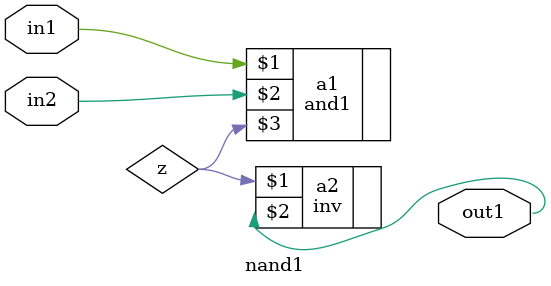
<source format=v>
module nand1(in1,in2,out1);
  input in1;
  input in2;
  output out1;
  
  and1 a1(in1,in2,z);
  inv a2(z,out1);
endmodule
</source>
